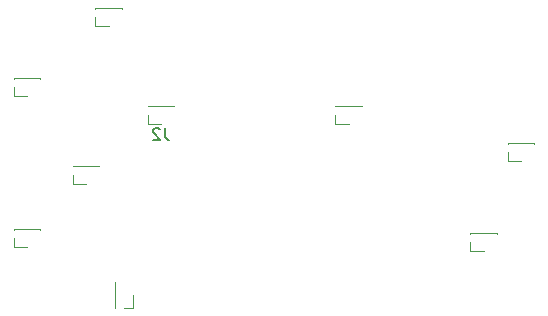
<source format=gbr>
%TF.GenerationSoftware,KiCad,Pcbnew,5.1.9+dfsg1-1*%
%TF.CreationDate,2021-10-11T12:45:34+00:00*%
%TF.ProjectId,LiRX_tht,4c695258-5f74-4687-942e-6b696361645f,rev?*%
%TF.SameCoordinates,Original*%
%TF.FileFunction,Legend,Bot*%
%TF.FilePolarity,Positive*%
%FSLAX46Y46*%
G04 Gerber Fmt 4.6, Leading zero omitted, Abs format (unit mm)*
G04 Created by KiCad (PCBNEW 5.1.9+dfsg1-1) date 2021-10-11 12:45:34*
%MOMM*%
%LPD*%
G01*
G04 APERTURE LIST*
%ADD10C,0.120000*%
%ADD11C,0.150000*%
G04 APERTURE END LIST*
D10*
%TO.C,J1*%
X101125000Y-90045000D02*
X103345000Y-90045000D01*
X101125000Y-90045000D02*
X101125000Y-90110000D01*
X103345000Y-90045000D02*
X103345000Y-90110000D01*
X101125000Y-90045000D02*
X101671529Y-90045000D01*
X102798471Y-90045000D02*
X103345000Y-90045000D01*
X101125000Y-90805000D02*
X101125000Y-91565000D01*
X101125000Y-91565000D02*
X102235000Y-91565000D01*
%TO.C,J2*%
X85250000Y-90045000D02*
X87470000Y-90045000D01*
X85250000Y-90045000D02*
X85250000Y-90110000D01*
X87470000Y-90045000D02*
X87470000Y-90110000D01*
X85250000Y-90045000D02*
X85796529Y-90045000D01*
X86923471Y-90045000D02*
X87470000Y-90045000D01*
X85250000Y-90805000D02*
X85250000Y-91565000D01*
X85250000Y-91565000D02*
X86360000Y-91565000D01*
%TO.C,J3*%
X73890000Y-89260000D02*
X75000000Y-89260000D01*
X73890000Y-88500000D02*
X73890000Y-89260000D01*
X75563471Y-87740000D02*
X76110000Y-87740000D01*
X73890000Y-87740000D02*
X74436529Y-87740000D01*
X76110000Y-87740000D02*
X76110000Y-87805000D01*
X73890000Y-87740000D02*
X73890000Y-87805000D01*
X73890000Y-87740000D02*
X76110000Y-87740000D01*
%TO.C,J5*%
X80805000Y-83310000D02*
X81915000Y-83310000D01*
X80805000Y-82550000D02*
X80805000Y-83310000D01*
X82478471Y-81790000D02*
X83025000Y-81790000D01*
X80805000Y-81790000D02*
X81351529Y-81790000D01*
X83025000Y-81790000D02*
X83025000Y-81855000D01*
X80805000Y-81790000D02*
X80805000Y-81855000D01*
X80805000Y-81790000D02*
X83025000Y-81790000D01*
%TO.C,J6*%
X78900000Y-95125000D02*
X81120000Y-95125000D01*
X78900000Y-95125000D02*
X78900000Y-95190000D01*
X81120000Y-95125000D02*
X81120000Y-95190000D01*
X78900000Y-95125000D02*
X79446529Y-95125000D01*
X80573471Y-95125000D02*
X81120000Y-95125000D01*
X78900000Y-95885000D02*
X78900000Y-96645000D01*
X78900000Y-96645000D02*
X80010000Y-96645000D01*
%TO.C,J7*%
X112555000Y-102360000D02*
X113665000Y-102360000D01*
X112555000Y-101600000D02*
X112555000Y-102360000D01*
X114228471Y-100840000D02*
X114775000Y-100840000D01*
X112555000Y-100840000D02*
X113101529Y-100840000D01*
X114775000Y-100840000D02*
X114775000Y-100905000D01*
X112555000Y-100840000D02*
X112555000Y-100905000D01*
X112555000Y-100840000D02*
X114775000Y-100840000D01*
%TO.C,J8*%
X73890000Y-100490000D02*
X76110000Y-100490000D01*
X73890000Y-100490000D02*
X73890000Y-100555000D01*
X76110000Y-100490000D02*
X76110000Y-100555000D01*
X73890000Y-100490000D02*
X74436529Y-100490000D01*
X75563471Y-100490000D02*
X76110000Y-100490000D01*
X73890000Y-101250000D02*
X73890000Y-102010000D01*
X73890000Y-102010000D02*
X75000000Y-102010000D01*
%TO.C,J9*%
X82425000Y-107155000D02*
X82425000Y-104935000D01*
X82425000Y-107155000D02*
X82490000Y-107155000D01*
X82425000Y-104935000D02*
X82490000Y-104935000D01*
X82425000Y-107155000D02*
X82425000Y-106608471D01*
X82425000Y-105481529D02*
X82425000Y-104935000D01*
X83185000Y-107155000D02*
X83945000Y-107155000D01*
X83945000Y-107155000D02*
X83945000Y-106045000D01*
%TO.C,J11*%
X115730000Y-94740000D02*
X116840000Y-94740000D01*
X115730000Y-93980000D02*
X115730000Y-94740000D01*
X117403471Y-93220000D02*
X117950000Y-93220000D01*
X115730000Y-93220000D02*
X116276529Y-93220000D01*
X117950000Y-93220000D02*
X117950000Y-93285000D01*
X115730000Y-93220000D02*
X115730000Y-93285000D01*
X115730000Y-93220000D02*
X117950000Y-93220000D01*
%TO.C,J2*%
D11*
X86693333Y-91952380D02*
X86693333Y-92666666D01*
X86740952Y-92809523D01*
X86836190Y-92904761D01*
X86979047Y-92952380D01*
X87074285Y-92952380D01*
X86264761Y-92047619D02*
X86217142Y-92000000D01*
X86121904Y-91952380D01*
X85883809Y-91952380D01*
X85788571Y-92000000D01*
X85740952Y-92047619D01*
X85693333Y-92142857D01*
X85693333Y-92238095D01*
X85740952Y-92380952D01*
X86312380Y-92952380D01*
X85693333Y-92952380D01*
%TD*%
M02*

</source>
